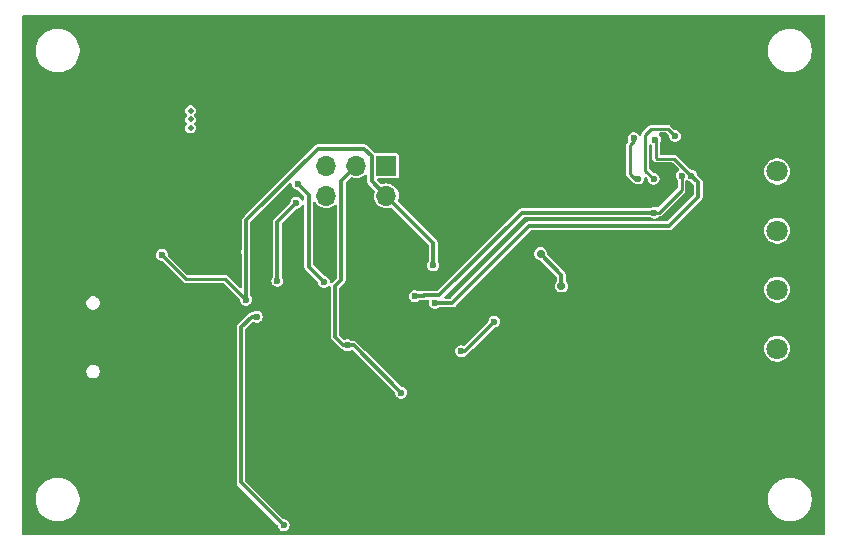
<source format=gbr>
%TF.GenerationSoftware,KiCad,Pcbnew,8.0.5*%
%TF.CreationDate,2024-10-07T09:03:38+02:00*%
%TF.ProjectId,ADC_Klipper_Board,4144435f-4b6c-4697-9070-65725f426f61,rev?*%
%TF.SameCoordinates,Original*%
%TF.FileFunction,Copper,L4,Bot*%
%TF.FilePolarity,Positive*%
%FSLAX46Y46*%
G04 Gerber Fmt 4.6, Leading zero omitted, Abs format (unit mm)*
G04 Created by KiCad (PCBNEW 8.0.5) date 2024-10-07 09:03:38*
%MOMM*%
%LPD*%
G01*
G04 APERTURE LIST*
G04 Aperture macros list*
%AMRoundRect*
0 Rectangle with rounded corners*
0 $1 Rounding radius*
0 $2 $3 $4 $5 $6 $7 $8 $9 X,Y pos of 4 corners*
0 Add a 4 corners polygon primitive as box body*
4,1,4,$2,$3,$4,$5,$6,$7,$8,$9,$2,$3,0*
0 Add four circle primitives for the rounded corners*
1,1,$1+$1,$2,$3*
1,1,$1+$1,$4,$5*
1,1,$1+$1,$6,$7*
1,1,$1+$1,$8,$9*
0 Add four rect primitives between the rounded corners*
20,1,$1+$1,$2,$3,$4,$5,0*
20,1,$1+$1,$4,$5,$6,$7,0*
20,1,$1+$1,$6,$7,$8,$9,0*
20,1,$1+$1,$8,$9,$2,$3,0*%
G04 Aperture macros list end*
%TA.AperFunction,ComponentPad*%
%ADD10C,0.482600*%
%TD*%
%TA.AperFunction,ComponentPad*%
%ADD11C,1.803400*%
%TD*%
%TA.AperFunction,ComponentPad*%
%ADD12RoundRect,0.500000X-0.600000X0.000010X-0.600000X-0.000010X0.600000X-0.000010X0.600000X0.000010X0*%
%TD*%
%TA.AperFunction,ComponentPad*%
%ADD13RoundRect,0.500000X-0.300000X0.000010X-0.300000X-0.000010X0.300000X-0.000010X0.300000X0.000010X0*%
%TD*%
%TA.AperFunction,ComponentPad*%
%ADD14R,1.700000X1.700000*%
%TD*%
%TA.AperFunction,ComponentPad*%
%ADD15O,1.700000X1.700000*%
%TD*%
%TA.AperFunction,ViaPad*%
%ADD16C,0.600000*%
%TD*%
%TA.AperFunction,ViaPad*%
%ADD17C,0.700000*%
%TD*%
%TA.AperFunction,Conductor*%
%ADD18C,0.350000*%
%TD*%
%TA.AperFunction,Conductor*%
%ADD19C,0.242062*%
%TD*%
%TA.AperFunction,Conductor*%
%ADD20C,0.300000*%
%TD*%
%TA.AperFunction,Conductor*%
%ADD21C,0.250000*%
%TD*%
G04 APERTURE END LIST*
D10*
%TO.P,U1,V*%
%TO.N,N/C*%
X108300000Y-61799998D03*
X108300000Y-62549999D03*
X108300000Y-63300000D03*
%TD*%
D11*
%TO.P,J3,1,1*%
%TO.N,AC_EXC0*%
X157975000Y-66962500D03*
%TO.P,J3,2,2*%
%TO.N,AC_EXC1*%
X157975000Y-71962500D03*
%TO.P,J3,3,3*%
%TO.N,Net-(J3-Pad3)*%
X157975000Y-76962500D03*
%TO.P,J3,4,4*%
%TO.N,Net-(J3-Pad4)*%
X157975000Y-81962501D03*
%TO.P,J3,5,5*%
%TO.N,GND*%
X157975000Y-86962501D03*
%TD*%
D12*
%TO.P,J1,S1,SHIELD*%
%TO.N,GND*%
X100580000Y-76680000D03*
D13*
X96400000Y-76680000D03*
D12*
X100580000Y-85320000D03*
D13*
X96400000Y-85320000D03*
%TD*%
D14*
%TO.P,J2,1,Pin_1*%
%TO.N,BOOT1*%
X124880000Y-66488001D03*
D15*
%TO.P,J2,2,Pin_2*%
%TO.N,+3V3*%
X124880000Y-69028001D03*
%TO.P,J2,3,Pin_3*%
%TO.N,STM_RST*%
X122340000Y-66488001D03*
%TO.P,J2,4,Pin_4*%
%TO.N,GND*%
X122340000Y-69028001D03*
%TO.P,J2,5,Pin_5*%
%TO.N,SWDIO*%
X119800000Y-66488001D03*
%TO.P,J2,6,Pin_6*%
%TO.N,SWCLK*%
X119800000Y-69028001D03*
%TD*%
D16*
%TO.N,+3V3*%
X128840000Y-74920000D03*
X105865000Y-74017500D03*
X112990000Y-77810000D03*
%TO.N,STM_RST*%
X126130000Y-85690000D03*
X121590000Y-81660000D03*
%TO.N,STM_BOOT0*%
X113900000Y-79250000D03*
X116180000Y-96900000D03*
%TO.N,SWDIO*%
X117360000Y-68010000D03*
X119600000Y-76320000D03*
%TO.N,SWCLK*%
X117250000Y-69600000D03*
X115650000Y-76230000D03*
%TO.N,AC_EXC0*%
X149330000Y-63960000D03*
X147500000Y-67580000D03*
%TO.N,Net-(U4-SCLK)*%
X134020000Y-79670000D03*
X131200000Y-82170000D03*
D17*
%TO.N,AIN0*%
X137930000Y-73930000D03*
X139690000Y-76650000D03*
%TO.N,GND*%
X119080000Y-80710000D03*
X144550000Y-68757499D03*
X118738000Y-87675001D03*
X121310000Y-78990000D03*
X138430000Y-64770000D03*
X132955000Y-69600000D03*
X142240000Y-55880000D03*
X154940000Y-81280000D03*
X123060000Y-77320000D03*
X139595000Y-68150000D03*
X147320000Y-86360000D03*
X109050000Y-78245000D03*
X112295000Y-65950000D03*
X119080000Y-77320000D03*
X122630000Y-86515000D03*
X109220000Y-96520000D03*
X119150000Y-61510000D03*
X128690000Y-86790000D03*
X103205000Y-92500000D03*
X106680000Y-55880000D03*
X113255000Y-68000000D03*
X152400000Y-86360000D03*
X102500000Y-89005000D03*
X130195000Y-69000000D03*
X96520000Y-73660000D03*
X101600000Y-73660000D03*
X115960000Y-63420000D03*
X143145000Y-73850000D03*
X109495000Y-92000000D03*
X132080000Y-55880000D03*
X108500000Y-88005000D03*
X102000000Y-76570000D03*
X106650000Y-60950000D03*
X114200000Y-60400000D03*
X104140000Y-96520000D03*
X96520000Y-71120000D03*
X110000000Y-62160000D03*
X146390000Y-63050000D03*
X143073402Y-77841599D03*
X161290000Y-67310000D03*
X134620000Y-86360000D03*
X147320000Y-91440000D03*
X110490000Y-81280000D03*
X149045000Y-67290000D03*
X134620000Y-91440000D03*
X157480000Y-91440000D03*
X111245000Y-54600000D03*
X119180000Y-60565001D03*
X147320000Y-60960000D03*
X96520000Y-66040000D03*
X106350000Y-82360000D03*
X107950000Y-83820000D03*
X130810000Y-93980000D03*
X141227901Y-77828600D03*
X149025000Y-70340000D03*
X149860000Y-83820000D03*
X121000000Y-59600000D03*
X135800000Y-83895000D03*
X123410000Y-80710000D03*
X122370000Y-71130000D03*
X102130000Y-63520000D03*
X150605000Y-68820000D03*
X114300000Y-73660000D03*
X130150000Y-73200000D03*
X137160000Y-96520000D03*
X96520000Y-60960000D03*
X121310000Y-80710000D03*
X139595000Y-69650000D03*
X106650000Y-61800000D03*
X106680000Y-58420000D03*
X120125000Y-60565001D03*
X137160000Y-91440000D03*
X161290000Y-87630000D03*
X137160000Y-86360000D03*
X142240000Y-60960000D03*
X106195000Y-77450000D03*
X119080000Y-78990000D03*
X142240000Y-91440000D03*
X101600000Y-96520000D03*
X106680000Y-96520000D03*
X130600000Y-90218999D03*
X114400000Y-87095000D03*
X144540000Y-65870000D03*
X96520000Y-88900000D03*
X137160000Y-55880000D03*
X154940000Y-96520000D03*
X110000000Y-88005000D03*
X114005000Y-81000000D03*
X131600000Y-80960000D03*
X120650000Y-96520000D03*
X154926975Y-64780666D03*
X152400000Y-91440000D03*
X123200000Y-89200000D03*
X127000000Y-91440000D03*
X161290000Y-77470000D03*
X109300000Y-87695000D03*
X157480000Y-60960000D03*
X135370000Y-76420000D03*
X135890000Y-64770000D03*
X119950001Y-54750001D03*
X136830000Y-74160000D03*
X128600000Y-57062001D03*
X122500000Y-54750000D03*
X128695000Y-76470000D03*
X141270000Y-73838600D03*
X120650000Y-93980000D03*
X152400000Y-96520000D03*
X121000000Y-60565001D03*
X102780000Y-84200000D03*
X137160000Y-60960000D03*
X101000000Y-89005000D03*
X101600000Y-58420000D03*
X119915000Y-72870000D03*
X114105000Y-77600000D03*
X154940000Y-85090000D03*
X107455000Y-65400000D03*
X161290000Y-82550000D03*
X125570000Y-56005000D03*
X104170000Y-70740000D03*
X144780000Y-83820000D03*
X119180000Y-59600000D03*
X154940000Y-69850000D03*
X154940000Y-88900000D03*
X121310000Y-77320000D03*
X147320000Y-55880000D03*
X104795000Y-60950000D03*
X132955000Y-68150000D03*
X142240000Y-86360000D03*
X120970000Y-61510000D03*
X142240000Y-64770000D03*
X136690000Y-76530000D03*
X105410000Y-87630000D03*
X101600000Y-55880000D03*
X132080000Y-60960000D03*
X142240000Y-96520000D03*
X149860000Y-63030000D03*
X161290000Y-72390000D03*
X131200000Y-64970000D03*
X116840000Y-93980000D03*
X152400000Y-60960000D03*
X113305000Y-69600000D03*
X123410000Y-78990000D03*
X116420000Y-75390000D03*
X134100000Y-83895000D03*
X147320000Y-96520000D03*
X134620000Y-96520000D03*
X139700000Y-83820000D03*
D16*
%TO.N,+5V_LN*%
X146200000Y-67560000D03*
X145840000Y-64160000D03*
%TO.N,EXC0*%
X150705000Y-67310000D03*
X147635000Y-64260000D03*
X128960000Y-78095000D03*
%TO.N,EXC1*%
X147575000Y-70450000D03*
X149895000Y-67310000D03*
X127270000Y-77520000D03*
%TD*%
D18*
%TO.N,+3V3*%
X128840000Y-72988001D02*
X128840000Y-74920000D01*
D19*
X105865000Y-74017500D02*
X107917500Y-76070000D01*
D18*
X123640000Y-67788001D02*
X124880000Y-69028001D01*
X123640000Y-65650000D02*
X123640000Y-67788001D01*
D20*
X112990000Y-71100000D02*
X113260000Y-70830000D01*
D19*
X107917500Y-76070000D02*
X111250000Y-76070000D01*
D18*
X119060000Y-65030000D02*
X123020000Y-65030000D01*
D20*
X112990000Y-77810000D02*
X112990000Y-71100000D01*
D18*
X124880000Y-69028001D02*
X128840000Y-72988001D01*
D19*
X111250000Y-76070000D02*
X112990000Y-77810000D01*
D18*
X123020000Y-65030000D02*
X123640000Y-65650000D01*
X113260000Y-70830000D02*
X119060000Y-65030000D01*
D20*
%TO.N,STM_RST*%
X121070000Y-67758001D02*
X121070000Y-76130000D01*
X121070000Y-76130000D02*
X120510000Y-76690000D01*
X120510000Y-76690000D02*
X120510000Y-80940000D01*
X122100000Y-81660000D02*
X126130000Y-85690000D01*
X121230000Y-81660000D02*
X121590000Y-81660000D01*
X121590000Y-81660000D02*
X122100000Y-81660000D01*
X122340000Y-66488001D02*
X121070000Y-67758001D01*
X120510000Y-80940000D02*
X121230000Y-81660000D01*
%TO.N,STM_BOOT0*%
X113470000Y-79250000D02*
X113900000Y-79250000D01*
X112550000Y-93270000D02*
X112550000Y-80170000D01*
X116180000Y-96900000D02*
X112550000Y-93270000D01*
X112550000Y-80170000D02*
X113470000Y-79250000D01*
D18*
%TO.N,SWDIO*%
X118300000Y-68950000D02*
X117360000Y-68010000D01*
X119600000Y-76320000D02*
X118300000Y-75020000D01*
X118300000Y-75020000D02*
X118300000Y-68950000D01*
%TO.N,SWCLK*%
X115650000Y-71200000D02*
X117250000Y-69600000D01*
X115650000Y-76230000D02*
X115650000Y-71200000D01*
D21*
%TO.N,AC_EXC0*%
X147320000Y-63340000D02*
X147480000Y-63340000D01*
X147490000Y-63330000D02*
X148700000Y-63330000D01*
X148700000Y-63330000D02*
X149330000Y-63960000D01*
X146800000Y-66880000D02*
X146800000Y-63860000D01*
X147500000Y-67580000D02*
X146800000Y-66880000D01*
X146800000Y-63860000D02*
X147320000Y-63340000D01*
X147480000Y-63340000D02*
X147490000Y-63330000D01*
D20*
%TO.N,Net-(U4-SCLK)*%
X131520000Y-82170000D02*
X134020000Y-79670000D01*
X131200000Y-82170000D02*
X131520000Y-82170000D01*
D18*
%TO.N,AIN0*%
X139690000Y-75690000D02*
X137930000Y-73930000D01*
X139690000Y-76650000D02*
X139690000Y-75690000D01*
D21*
%TO.N,+5V_LN*%
X145500000Y-64760000D02*
X145840000Y-64420000D01*
X145840000Y-64420000D02*
X145840000Y-64160000D01*
X145500000Y-67160000D02*
X145500000Y-64760000D01*
X146200000Y-67560000D02*
X145900000Y-67560000D01*
X145900000Y-67560000D02*
X145500000Y-67160000D01*
D18*
%TO.N,EXC0*%
X151280000Y-67885000D02*
X150705000Y-67310000D01*
X130435000Y-78095000D02*
X136960000Y-71570000D01*
X148809595Y-71570000D02*
X151280000Y-69099595D01*
X128960000Y-78095000D02*
X130435000Y-78095000D01*
X151280000Y-69099595D02*
X151280000Y-67885000D01*
X136960000Y-71570000D02*
X148809595Y-71570000D01*
D19*
X147700000Y-65800000D02*
X147700000Y-64325000D01*
X150705000Y-67310000D02*
X149265000Y-65870000D01*
X147700000Y-64325000D02*
X147635000Y-64260000D01*
X149265000Y-65870000D02*
X147770000Y-65870000D01*
X147770000Y-65870000D02*
X147700000Y-65800000D01*
%TO.N,EXC1*%
X149895000Y-67310000D02*
X149880000Y-67325000D01*
D18*
X128026116Y-77470000D02*
X128071116Y-77425000D01*
D19*
X149880000Y-68490000D02*
X147920000Y-70450000D01*
D18*
X127270000Y-77520000D02*
X127320000Y-77470000D01*
X129365405Y-77425000D02*
X136340405Y-70450000D01*
D19*
X149880000Y-67325000D02*
X149880000Y-68490000D01*
D18*
X128071116Y-77425000D02*
X129365405Y-77425000D01*
D19*
X147920000Y-70450000D02*
X147575000Y-70450000D01*
D18*
X136340405Y-70450000D02*
X147575000Y-70450000D01*
X127320000Y-77470000D02*
X128026116Y-77470000D01*
%TD*%
%TA.AperFunction,Conductor*%
%TO.N,GND*%
G36*
X118880703Y-69554015D02*
G01*
X118908856Y-69589272D01*
X118922315Y-69614451D01*
X118922317Y-69614453D01*
X119053589Y-69774411D01*
X119083164Y-69798682D01*
X119213550Y-69905686D01*
X119396046Y-70003233D01*
X119594066Y-70063301D01*
X119594065Y-70063301D01*
X119612529Y-70065119D01*
X119800000Y-70083584D01*
X120005934Y-70063301D01*
X120203954Y-70003233D01*
X120386450Y-69905686D01*
X120516836Y-69798681D01*
X120581145Y-69771369D01*
X120650013Y-69783160D01*
X120701573Y-69830312D01*
X120719500Y-69894535D01*
X120719500Y-75933456D01*
X120699815Y-76000495D01*
X120683181Y-76021137D01*
X120315841Y-76388476D01*
X120254518Y-76421961D01*
X120184826Y-76416977D01*
X120128893Y-76375105D01*
X120105423Y-76318444D01*
X120085165Y-76177543D01*
X120025377Y-76046627D01*
X119931128Y-75937857D01*
X119810053Y-75860047D01*
X119810051Y-75860046D01*
X119810049Y-75860045D01*
X119810050Y-75860045D01*
X119671958Y-75819498D01*
X119664429Y-75818416D01*
X119600874Y-75789390D01*
X119594398Y-75783360D01*
X118711819Y-74900781D01*
X118678334Y-74839458D01*
X118675500Y-74813100D01*
X118675500Y-69647728D01*
X118695185Y-69580689D01*
X118747989Y-69534934D01*
X118817147Y-69524990D01*
X118880703Y-69554015D01*
G37*
%TD.AperFunction*%
%TA.AperFunction,Conductor*%
G36*
X150392570Y-67704160D02*
G01*
X150494944Y-67769952D01*
X150494949Y-67769954D01*
X150633037Y-67810500D01*
X150640564Y-67811582D01*
X150704120Y-67840604D01*
X150710602Y-67846639D01*
X150868181Y-68004218D01*
X150901666Y-68065541D01*
X150904500Y-68091899D01*
X150904500Y-68892696D01*
X150884815Y-68959735D01*
X150868181Y-68980377D01*
X148690377Y-71158181D01*
X148629054Y-71191666D01*
X148602696Y-71194500D01*
X147678413Y-71194500D01*
X147611374Y-71174815D01*
X147575000Y-71132837D01*
X147538627Y-71174815D01*
X147471587Y-71194500D01*
X136910564Y-71194500D01*
X136862812Y-71207295D01*
X136862811Y-71207294D01*
X136815063Y-71220089D01*
X136815062Y-71220089D01*
X136729435Y-71269527D01*
X130315782Y-77683181D01*
X130254459Y-77716666D01*
X130228101Y-77719500D01*
X129901304Y-77719500D01*
X129834265Y-77699815D01*
X129788510Y-77647011D01*
X129778566Y-77577853D01*
X129807591Y-77514297D01*
X129813623Y-77507819D01*
X136459623Y-70861819D01*
X136520946Y-70828334D01*
X136547304Y-70825500D01*
X147197126Y-70825500D01*
X147264165Y-70845185D01*
X147264166Y-70845185D01*
X147364947Y-70909953D01*
X147364948Y-70909953D01*
X147364949Y-70909954D01*
X147506521Y-70951523D01*
X147565300Y-70989297D01*
X147575000Y-71010536D01*
X147584700Y-70989297D01*
X147643478Y-70951523D01*
X147643479Y-70951523D01*
X147785050Y-70909954D01*
X147785050Y-70909953D01*
X147785053Y-70909953D01*
X147906128Y-70832143D01*
X147932637Y-70801549D01*
X147991413Y-70763774D01*
X147994192Y-70762993D01*
X148044106Y-70749619D01*
X148044275Y-70749521D01*
X148044318Y-70749510D01*
X148044312Y-70749500D01*
X148117425Y-70707289D01*
X150137289Y-68687425D01*
X150179619Y-68614106D01*
X150201531Y-68532330D01*
X150201531Y-67808475D01*
X150221216Y-67741436D01*
X150274020Y-67695681D01*
X150343178Y-67685737D01*
X150392570Y-67704160D01*
G37*
%TD.AperFunction*%
%TA.AperFunction,Conductor*%
G36*
X161992539Y-53745185D02*
G01*
X162038294Y-53797989D01*
X162049500Y-53849500D01*
X162049500Y-97600500D01*
X162029815Y-97667539D01*
X161977011Y-97713294D01*
X161925500Y-97724500D01*
X94174500Y-97724500D01*
X94107461Y-97704815D01*
X94061706Y-97652011D01*
X94050500Y-97600500D01*
X94050500Y-94603711D01*
X95199500Y-94603711D01*
X95199500Y-94846288D01*
X95231161Y-95086785D01*
X95293947Y-95321104D01*
X95386773Y-95545205D01*
X95386776Y-95545212D01*
X95508064Y-95755289D01*
X95508066Y-95755292D01*
X95508067Y-95755293D01*
X95655733Y-95947736D01*
X95655739Y-95947743D01*
X95827256Y-96119260D01*
X95827262Y-96119265D01*
X96019711Y-96266936D01*
X96229788Y-96388224D01*
X96453900Y-96481054D01*
X96688211Y-96543838D01*
X96868586Y-96567584D01*
X96928711Y-96575500D01*
X96928712Y-96575500D01*
X97171289Y-96575500D01*
X97219388Y-96569167D01*
X97411789Y-96543838D01*
X97646100Y-96481054D01*
X97870212Y-96388224D01*
X98080289Y-96266936D01*
X98272738Y-96119265D01*
X98444265Y-95947738D01*
X98591936Y-95755289D01*
X98713224Y-95545212D01*
X98806054Y-95321100D01*
X98868838Y-95086789D01*
X98900500Y-94846288D01*
X98900500Y-94603712D01*
X98868838Y-94363211D01*
X98806054Y-94128900D01*
X98713224Y-93904788D01*
X98591936Y-93694711D01*
X98444265Y-93502262D01*
X98444260Y-93502256D01*
X98272743Y-93330739D01*
X98272736Y-93330733D01*
X98080293Y-93183067D01*
X98080292Y-93183066D01*
X98080289Y-93183064D01*
X97870212Y-93061776D01*
X97870205Y-93061773D01*
X97646104Y-92968947D01*
X97411785Y-92906161D01*
X97171289Y-92874500D01*
X97171288Y-92874500D01*
X96928712Y-92874500D01*
X96928711Y-92874500D01*
X96688214Y-92906161D01*
X96453895Y-92968947D01*
X96229794Y-93061773D01*
X96229785Y-93061777D01*
X96019706Y-93183067D01*
X95827263Y-93330733D01*
X95827256Y-93330739D01*
X95655739Y-93502256D01*
X95655733Y-93502263D01*
X95508067Y-93694706D01*
X95386777Y-93904785D01*
X95386773Y-93904794D01*
X95293947Y-94128895D01*
X95231161Y-94363214D01*
X95199500Y-94603711D01*
X94050500Y-94603711D01*
X94050500Y-83824234D01*
X99474500Y-83824234D01*
X99474500Y-83975765D01*
X99513719Y-84122136D01*
X99551602Y-84187750D01*
X99589485Y-84253365D01*
X99696635Y-84360515D01*
X99827865Y-84436281D01*
X99974234Y-84475500D01*
X99974236Y-84475500D01*
X100125764Y-84475500D01*
X100125766Y-84475500D01*
X100272135Y-84436281D01*
X100403365Y-84360515D01*
X100510515Y-84253365D01*
X100586281Y-84122135D01*
X100625500Y-83975766D01*
X100625500Y-83824234D01*
X100586281Y-83677865D01*
X100510515Y-83546635D01*
X100403365Y-83439485D01*
X100337750Y-83401602D01*
X100272136Y-83363719D01*
X100198950Y-83344109D01*
X100125766Y-83324500D01*
X99974234Y-83324500D01*
X99827863Y-83363719D01*
X99696635Y-83439485D01*
X99696632Y-83439487D01*
X99589487Y-83546632D01*
X99589485Y-83546635D01*
X99513719Y-83677863D01*
X99474500Y-83824234D01*
X94050500Y-83824234D01*
X94050500Y-80123856D01*
X112199500Y-80123856D01*
X112199500Y-93316144D01*
X112203410Y-93330735D01*
X112223386Y-93405287D01*
X112223387Y-93405290D01*
X112269527Y-93485208D01*
X112269531Y-93485213D01*
X115643495Y-96859176D01*
X115676980Y-96920499D01*
X115678552Y-96929210D01*
X115694834Y-97042456D01*
X115754622Y-97173371D01*
X115754623Y-97173373D01*
X115848872Y-97282143D01*
X115969947Y-97359953D01*
X115969950Y-97359954D01*
X115969949Y-97359954D01*
X116108036Y-97400499D01*
X116108038Y-97400500D01*
X116108039Y-97400500D01*
X116251962Y-97400500D01*
X116251962Y-97400499D01*
X116390053Y-97359953D01*
X116511128Y-97282143D01*
X116605377Y-97173373D01*
X116665165Y-97042457D01*
X116685647Y-96900000D01*
X116665165Y-96757543D01*
X116605377Y-96626627D01*
X116511128Y-96517857D01*
X116390053Y-96440047D01*
X116390051Y-96440046D01*
X116390049Y-96440045D01*
X116390050Y-96440045D01*
X116251963Y-96399500D01*
X116251961Y-96399500D01*
X116226543Y-96399500D01*
X116159504Y-96379815D01*
X116138862Y-96363181D01*
X114379393Y-94603711D01*
X157199500Y-94603711D01*
X157199500Y-94846288D01*
X157231161Y-95086785D01*
X157293947Y-95321104D01*
X157386773Y-95545205D01*
X157386776Y-95545212D01*
X157508064Y-95755289D01*
X157508066Y-95755292D01*
X157508067Y-95755293D01*
X157655733Y-95947736D01*
X157655739Y-95947743D01*
X157827256Y-96119260D01*
X157827262Y-96119265D01*
X158019711Y-96266936D01*
X158229788Y-96388224D01*
X158453900Y-96481054D01*
X158688211Y-96543838D01*
X158868586Y-96567584D01*
X158928711Y-96575500D01*
X158928712Y-96575500D01*
X159171289Y-96575500D01*
X159219388Y-96569167D01*
X159411789Y-96543838D01*
X159646100Y-96481054D01*
X159870212Y-96388224D01*
X160080289Y-96266936D01*
X160272738Y-96119265D01*
X160444265Y-95947738D01*
X160591936Y-95755289D01*
X160713224Y-95545212D01*
X160806054Y-95321100D01*
X160868838Y-95086789D01*
X160900500Y-94846288D01*
X160900500Y-94603712D01*
X160868838Y-94363211D01*
X160806054Y-94128900D01*
X160713224Y-93904788D01*
X160591936Y-93694711D01*
X160444265Y-93502262D01*
X160444260Y-93502256D01*
X160272743Y-93330739D01*
X160272736Y-93330733D01*
X160080293Y-93183067D01*
X160080292Y-93183066D01*
X160080289Y-93183064D01*
X159870212Y-93061776D01*
X159870205Y-93061773D01*
X159646104Y-92968947D01*
X159411785Y-92906161D01*
X159171289Y-92874500D01*
X159171288Y-92874500D01*
X158928712Y-92874500D01*
X158928711Y-92874500D01*
X158688214Y-92906161D01*
X158453895Y-92968947D01*
X158229794Y-93061773D01*
X158229785Y-93061777D01*
X158019706Y-93183067D01*
X157827263Y-93330733D01*
X157827256Y-93330739D01*
X157655739Y-93502256D01*
X157655733Y-93502263D01*
X157508067Y-93694706D01*
X157386777Y-93904785D01*
X157386773Y-93904794D01*
X157293947Y-94128895D01*
X157231161Y-94363214D01*
X157199500Y-94603711D01*
X114379393Y-94603711D01*
X112936819Y-93161137D01*
X112903334Y-93099814D01*
X112900500Y-93073456D01*
X112900500Y-80366543D01*
X112920185Y-80299504D01*
X112936815Y-80278866D01*
X113507144Y-79708536D01*
X113568465Y-79675053D01*
X113638156Y-79680037D01*
X113661862Y-79691904D01*
X113689947Y-79709953D01*
X113689950Y-79709954D01*
X113828036Y-79750499D01*
X113828038Y-79750500D01*
X113828039Y-79750500D01*
X113971962Y-79750500D01*
X113971962Y-79750499D01*
X114110053Y-79709953D01*
X114231128Y-79632143D01*
X114325377Y-79523373D01*
X114385165Y-79392457D01*
X114405647Y-79250000D01*
X114385165Y-79107543D01*
X114325377Y-78976627D01*
X114231128Y-78867857D01*
X114110053Y-78790047D01*
X114110051Y-78790046D01*
X114110049Y-78790045D01*
X114110050Y-78790045D01*
X113971963Y-78749500D01*
X113971961Y-78749500D01*
X113828039Y-78749500D01*
X113828036Y-78749500D01*
X113689949Y-78790045D01*
X113568876Y-78867854D01*
X113568874Y-78867855D01*
X113568872Y-78867857D01*
X113568870Y-78867858D01*
X113567312Y-78869210D01*
X113565427Y-78870070D01*
X113561411Y-78872652D01*
X113561039Y-78872074D01*
X113503757Y-78898237D01*
X113486105Y-78899500D01*
X113423856Y-78899500D01*
X113340073Y-78921948D01*
X113340074Y-78921949D01*
X113334712Y-78923385D01*
X113254787Y-78969531D01*
X113254784Y-78969533D01*
X112269529Y-79954788D01*
X112244554Y-79998049D01*
X112244552Y-79998051D01*
X112223388Y-80034706D01*
X112223387Y-80034709D01*
X112223386Y-80034711D01*
X112223386Y-80034712D01*
X112199500Y-80123856D01*
X94050500Y-80123856D01*
X94050500Y-78024234D01*
X99474500Y-78024234D01*
X99474500Y-78175765D01*
X99513719Y-78322136D01*
X99551602Y-78387750D01*
X99589485Y-78453365D01*
X99696635Y-78560515D01*
X99827865Y-78636281D01*
X99974234Y-78675500D01*
X99974236Y-78675500D01*
X100125764Y-78675500D01*
X100125766Y-78675500D01*
X100272135Y-78636281D01*
X100403365Y-78560515D01*
X100510515Y-78453365D01*
X100586281Y-78322135D01*
X100625500Y-78175766D01*
X100625500Y-78024234D01*
X100586281Y-77877865D01*
X100510515Y-77746635D01*
X100403365Y-77639485D01*
X100296616Y-77577853D01*
X100272136Y-77563719D01*
X100198950Y-77544109D01*
X100125766Y-77524500D01*
X99974234Y-77524500D01*
X99827863Y-77563719D01*
X99696635Y-77639485D01*
X99696632Y-77639487D01*
X99589487Y-77746632D01*
X99589485Y-77746635D01*
X99513719Y-77877863D01*
X99474500Y-78024234D01*
X94050500Y-78024234D01*
X94050500Y-74017500D01*
X105359353Y-74017500D01*
X105379834Y-74159956D01*
X105401603Y-74207622D01*
X105439623Y-74290873D01*
X105533872Y-74399643D01*
X105654947Y-74477453D01*
X105654950Y-74477454D01*
X105654949Y-74477454D01*
X105793036Y-74517999D01*
X105793038Y-74518000D01*
X105793039Y-74518000D01*
X105859424Y-74518000D01*
X105926463Y-74537685D01*
X105947105Y-74554319D01*
X107720075Y-76327288D01*
X107720078Y-76327289D01*
X107720081Y-76327292D01*
X107793389Y-76369617D01*
X107793390Y-76369617D01*
X107793393Y-76369619D01*
X107803673Y-76372373D01*
X107803677Y-76372376D01*
X107803678Y-76372375D01*
X107813867Y-76375105D01*
X107875170Y-76391531D01*
X111065455Y-76391531D01*
X111132494Y-76411216D01*
X111153136Y-76427850D01*
X112448034Y-77722748D01*
X112481519Y-77784071D01*
X112484169Y-77808726D01*
X112504834Y-77952456D01*
X112538953Y-78027164D01*
X112564623Y-78083373D01*
X112658872Y-78192143D01*
X112779947Y-78269953D01*
X112779950Y-78269954D01*
X112779949Y-78269954D01*
X112918036Y-78310499D01*
X112918038Y-78310500D01*
X112918039Y-78310500D01*
X113061962Y-78310500D01*
X113061962Y-78310499D01*
X113200053Y-78269953D01*
X113321128Y-78192143D01*
X113415377Y-78083373D01*
X113475165Y-77952457D01*
X113495647Y-77810000D01*
X113475165Y-77667543D01*
X113415377Y-77536627D01*
X113415374Y-77536623D01*
X113370786Y-77485164D01*
X113341762Y-77421608D01*
X113340500Y-77403963D01*
X113340500Y-71296544D01*
X113360185Y-71229505D01*
X113376816Y-71208865D01*
X113378387Y-71207294D01*
X113395371Y-71190310D01*
X113421049Y-71170606D01*
X113490563Y-71130474D01*
X116648604Y-67972432D01*
X116709925Y-67938949D01*
X116779617Y-67943933D01*
X116835550Y-67985805D01*
X116859021Y-68042468D01*
X116874834Y-68152456D01*
X116933809Y-68281590D01*
X116934623Y-68283373D01*
X117028872Y-68392143D01*
X117149947Y-68469953D01*
X117149950Y-68469954D01*
X117149949Y-68469954D01*
X117288037Y-68510500D01*
X117295564Y-68511582D01*
X117359120Y-68540604D01*
X117365602Y-68546639D01*
X117888181Y-69069218D01*
X117921666Y-69130541D01*
X117924500Y-69156899D01*
X117924500Y-69302111D01*
X117904815Y-69369150D01*
X117852011Y-69414905D01*
X117782853Y-69424849D01*
X117719297Y-69395824D01*
X117687706Y-69353623D01*
X117683918Y-69345329D01*
X117675377Y-69326627D01*
X117581128Y-69217857D01*
X117460053Y-69140047D01*
X117460051Y-69140046D01*
X117460049Y-69140045D01*
X117460050Y-69140045D01*
X117321963Y-69099500D01*
X117321961Y-69099500D01*
X117178039Y-69099500D01*
X117178036Y-69099500D01*
X117039949Y-69140045D01*
X116918873Y-69217856D01*
X116824623Y-69326626D01*
X116824622Y-69326628D01*
X116764835Y-69457541D01*
X116764834Y-69457546D01*
X116754489Y-69529495D01*
X116725463Y-69593051D01*
X116719432Y-69599528D01*
X115419438Y-70899525D01*
X115349527Y-70969435D01*
X115349525Y-70969437D01*
X115349525Y-70969438D01*
X115325797Y-71010536D01*
X115300091Y-71055060D01*
X115300090Y-71055063D01*
X115275688Y-71146133D01*
X115275685Y-71146144D01*
X115274500Y-71150561D01*
X115274500Y-75852815D01*
X115254815Y-75919854D01*
X115244215Y-75934016D01*
X115224623Y-75956627D01*
X115224622Y-75956628D01*
X115164834Y-76087543D01*
X115144353Y-76230000D01*
X115164834Y-76372456D01*
X115224622Y-76503371D01*
X115224623Y-76503373D01*
X115318872Y-76612143D01*
X115439947Y-76689953D01*
X115439950Y-76689954D01*
X115439949Y-76689954D01*
X115578036Y-76730499D01*
X115578038Y-76730500D01*
X115578039Y-76730500D01*
X115721962Y-76730500D01*
X115721962Y-76730499D01*
X115860053Y-76689953D01*
X115981128Y-76612143D01*
X116075377Y-76503373D01*
X116135165Y-76372457D01*
X116155647Y-76230000D01*
X116135165Y-76087543D01*
X116075377Y-75956627D01*
X116055785Y-75934016D01*
X116026762Y-75870460D01*
X116025500Y-75852815D01*
X116025500Y-71406899D01*
X116045185Y-71339860D01*
X116061819Y-71319218D01*
X116631537Y-70749500D01*
X117244400Y-70136637D01*
X117305721Y-70103154D01*
X117314436Y-70101582D01*
X117321962Y-70100500D01*
X117460050Y-70059954D01*
X117460050Y-70059953D01*
X117460053Y-70059953D01*
X117581128Y-69982143D01*
X117675377Y-69873373D01*
X117687706Y-69846375D01*
X117733460Y-69793573D01*
X117800499Y-69773888D01*
X117867539Y-69793572D01*
X117913294Y-69846376D01*
X117924500Y-69897888D01*
X117924500Y-75069435D01*
X117950090Y-75164938D01*
X117998075Y-75248050D01*
X117998076Y-75248051D01*
X117998075Y-75248051D01*
X117999521Y-75250556D01*
X117999528Y-75250565D01*
X119069432Y-76320470D01*
X119102917Y-76381793D01*
X119104489Y-76390503D01*
X119114834Y-76462453D01*
X119114835Y-76462458D01*
X119156967Y-76554712D01*
X119174623Y-76593373D01*
X119268872Y-76702143D01*
X119389947Y-76779953D01*
X119389950Y-76779954D01*
X119389949Y-76779954D01*
X119436806Y-76793712D01*
X119524650Y-76819505D01*
X119528036Y-76820499D01*
X119528038Y-76820500D01*
X119528039Y-76820500D01*
X119671962Y-76820500D01*
X119671962Y-76820499D01*
X119810053Y-76779953D01*
X119931128Y-76702143D01*
X119941788Y-76689840D01*
X120000565Y-76652067D01*
X120070435Y-76652067D01*
X120129213Y-76689841D01*
X120158238Y-76753397D01*
X120159500Y-76771044D01*
X120159500Y-80986143D01*
X120180441Y-81064298D01*
X120183385Y-81075286D01*
X120183387Y-81075290D01*
X120229527Y-81155208D01*
X120229529Y-81155211D01*
X120229530Y-81155212D01*
X121014788Y-81940470D01*
X121094712Y-81986614D01*
X121183856Y-82010500D01*
X121183864Y-82010500D01*
X121191916Y-82011561D01*
X121191461Y-82015009D01*
X121243144Y-82030185D01*
X121257312Y-82040790D01*
X121258866Y-82042137D01*
X121258872Y-82042143D01*
X121379947Y-82119953D01*
X121379950Y-82119954D01*
X121379949Y-82119954D01*
X121518036Y-82160499D01*
X121518038Y-82160500D01*
X121518039Y-82160500D01*
X121661962Y-82160500D01*
X121661962Y-82160499D01*
X121800050Y-82119954D01*
X121800051Y-82119954D01*
X121800053Y-82119953D01*
X121876839Y-82070605D01*
X121943876Y-82050921D01*
X122010916Y-82070605D01*
X122031558Y-82087240D01*
X125593495Y-85649177D01*
X125626980Y-85710500D01*
X125628552Y-85719210D01*
X125644834Y-85832456D01*
X125704622Y-85963371D01*
X125704623Y-85963373D01*
X125798872Y-86072143D01*
X125919947Y-86149953D01*
X125919950Y-86149954D01*
X125919949Y-86149954D01*
X126058036Y-86190499D01*
X126058038Y-86190500D01*
X126058039Y-86190500D01*
X126201962Y-86190500D01*
X126201962Y-86190499D01*
X126340053Y-86149953D01*
X126461128Y-86072143D01*
X126555377Y-85963373D01*
X126615165Y-85832457D01*
X126635647Y-85690000D01*
X126615165Y-85547543D01*
X126555377Y-85416627D01*
X126461128Y-85307857D01*
X126340053Y-85230047D01*
X126340051Y-85230046D01*
X126340049Y-85230045D01*
X126340050Y-85230045D01*
X126201963Y-85189500D01*
X126201961Y-85189500D01*
X126176544Y-85189500D01*
X126109505Y-85169815D01*
X126088863Y-85153181D01*
X123105682Y-82170000D01*
X130694353Y-82170000D01*
X130714834Y-82312456D01*
X130737627Y-82362364D01*
X130774623Y-82443373D01*
X130868872Y-82552143D01*
X130989947Y-82629953D01*
X130989950Y-82629954D01*
X130989949Y-82629954D01*
X131128036Y-82670499D01*
X131128038Y-82670500D01*
X131128039Y-82670500D01*
X131271962Y-82670500D01*
X131271962Y-82670499D01*
X131410053Y-82629953D01*
X131531128Y-82552143D01*
X131531346Y-82551891D01*
X131531625Y-82551711D01*
X131537828Y-82546337D01*
X131538600Y-82547228D01*
X131590116Y-82514112D01*
X131592878Y-82513336D01*
X131655288Y-82496614D01*
X131735212Y-82450470D01*
X132223182Y-81962500D01*
X156868078Y-81962500D01*
X156868078Y-81962501D01*
X156886924Y-82165896D01*
X156942825Y-82362364D01*
X156942830Y-82362377D01*
X156983161Y-82443371D01*
X157033876Y-82545220D01*
X157039105Y-82552145D01*
X157156977Y-82708232D01*
X157156981Y-82708236D01*
X157307929Y-82845843D01*
X157307931Y-82845845D01*
X157481598Y-82953375D01*
X157481604Y-82953378D01*
X157521955Y-82969009D01*
X157672076Y-83027167D01*
X157872866Y-83064701D01*
X157872868Y-83064701D01*
X158077132Y-83064701D01*
X158077134Y-83064701D01*
X158277924Y-83027167D01*
X158468398Y-82953377D01*
X158642070Y-82845844D01*
X158793025Y-82708230D01*
X158916124Y-82545220D01*
X159007174Y-82362367D01*
X159063075Y-82165897D01*
X159081922Y-81962501D01*
X159063075Y-81759105D01*
X159007174Y-81562635D01*
X158916124Y-81379782D01*
X158793025Y-81216772D01*
X158793022Y-81216769D01*
X158793018Y-81216765D01*
X158642070Y-81079158D01*
X158642068Y-81079156D01*
X158468401Y-80971626D01*
X158468395Y-80971623D01*
X158318277Y-80913467D01*
X158277924Y-80897835D01*
X158077134Y-80860301D01*
X157872866Y-80860301D01*
X157672076Y-80897835D01*
X157672073Y-80897835D01*
X157672073Y-80897836D01*
X157481604Y-80971623D01*
X157481598Y-80971626D01*
X157307931Y-81079156D01*
X157307929Y-81079158D01*
X157156981Y-81216765D01*
X157156977Y-81216769D01*
X157033876Y-81379781D01*
X156942830Y-81562624D01*
X156942825Y-81562637D01*
X156886924Y-81759105D01*
X156868078Y-81962500D01*
X132223182Y-81962500D01*
X133978863Y-80206819D01*
X134040186Y-80173334D01*
X134066544Y-80170500D01*
X134091962Y-80170500D01*
X134091962Y-80170499D01*
X134230053Y-80129953D01*
X134351128Y-80052143D01*
X134445377Y-79943373D01*
X134505165Y-79812457D01*
X134525647Y-79670000D01*
X134505165Y-79527543D01*
X134445377Y-79396627D01*
X134351128Y-79287857D01*
X134230053Y-79210047D01*
X134230051Y-79210046D01*
X134230049Y-79210045D01*
X134230050Y-79210045D01*
X134091963Y-79169500D01*
X134091961Y-79169500D01*
X133948039Y-79169500D01*
X133948036Y-79169500D01*
X133809949Y-79210045D01*
X133688873Y-79287856D01*
X133594623Y-79396626D01*
X133594622Y-79396628D01*
X133534834Y-79527543D01*
X133518552Y-79640788D01*
X133489526Y-79704343D01*
X133483495Y-79710821D01*
X131519448Y-81674868D01*
X131458125Y-81708353D01*
X131396833Y-81706164D01*
X131271964Y-81669500D01*
X131271961Y-81669500D01*
X131128039Y-81669500D01*
X131128036Y-81669500D01*
X130989949Y-81710045D01*
X130868873Y-81787856D01*
X130774623Y-81896626D01*
X130774622Y-81896628D01*
X130714834Y-82027543D01*
X130694353Y-82170000D01*
X123105682Y-82170000D01*
X122315213Y-81379531D01*
X122315208Y-81379527D01*
X122235291Y-81333387D01*
X122235287Y-81333385D01*
X122229926Y-81331949D01*
X122229926Y-81331948D01*
X122161476Y-81313608D01*
X122146144Y-81309500D01*
X122146143Y-81309500D01*
X122003895Y-81309500D01*
X121936856Y-81289815D01*
X121922688Y-81279210D01*
X121921132Y-81277862D01*
X121921128Y-81277857D01*
X121800053Y-81200047D01*
X121800051Y-81200046D01*
X121800049Y-81200045D01*
X121800050Y-81200045D01*
X121661963Y-81159500D01*
X121661961Y-81159500D01*
X121518039Y-81159500D01*
X121518036Y-81159500D01*
X121379944Y-81200047D01*
X121379835Y-81200097D01*
X121379716Y-81200114D01*
X121371437Y-81202545D01*
X121371087Y-81201353D01*
X121310675Y-81210030D01*
X121247123Y-81180997D01*
X121240658Y-81174976D01*
X120896819Y-80831137D01*
X120863334Y-80769814D01*
X120860500Y-80743456D01*
X120860500Y-77520000D01*
X126764353Y-77520000D01*
X126784834Y-77662456D01*
X126840375Y-77784071D01*
X126844623Y-77793373D01*
X126938872Y-77902143D01*
X127059947Y-77979953D01*
X127059950Y-77979954D01*
X127059949Y-77979954D01*
X127198036Y-78020499D01*
X127198038Y-78020500D01*
X127198039Y-78020500D01*
X127341962Y-78020500D01*
X127341962Y-78020499D01*
X127480053Y-77979953D01*
X127601128Y-77902143D01*
X127613126Y-77888296D01*
X127671903Y-77850523D01*
X127706838Y-77845500D01*
X128075551Y-77845500D01*
X128075552Y-77845500D01*
X128123302Y-77832705D01*
X128171054Y-77819910D01*
X128175897Y-77817114D01*
X128237899Y-77800500D01*
X128353834Y-77800500D01*
X128420873Y-77820185D01*
X128466628Y-77872989D01*
X128476572Y-77942147D01*
X128475857Y-77945434D01*
X128454353Y-78095000D01*
X128474834Y-78237456D01*
X128534622Y-78368371D01*
X128534623Y-78368373D01*
X128628872Y-78477143D01*
X128749947Y-78554953D01*
X128749950Y-78554954D01*
X128749949Y-78554954D01*
X128888036Y-78595499D01*
X128888038Y-78595500D01*
X128888039Y-78595500D01*
X129031962Y-78595500D01*
X129031962Y-78595499D01*
X129139121Y-78564035D01*
X129170050Y-78554954D01*
X129170050Y-78554953D01*
X129170053Y-78554953D01*
X129270834Y-78490184D01*
X129337874Y-78470500D01*
X130484435Y-78470500D01*
X130484436Y-78470500D01*
X130532186Y-78457705D01*
X130579938Y-78444910D01*
X130665562Y-78395475D01*
X130735475Y-78325562D01*
X135131037Y-73930000D01*
X137374750Y-73930000D01*
X137392132Y-74062030D01*
X137393670Y-74073708D01*
X137393671Y-74073712D01*
X137449137Y-74207622D01*
X137449138Y-74207624D01*
X137449139Y-74207625D01*
X137537379Y-74322621D01*
X137652375Y-74410861D01*
X137786291Y-74466330D01*
X137916151Y-74483426D01*
X137980047Y-74511692D01*
X137987646Y-74518684D01*
X139278181Y-75809218D01*
X139311666Y-75870541D01*
X139314500Y-75896899D01*
X139314500Y-76192974D01*
X139294815Y-76260013D01*
X139288882Y-76268452D01*
X139250524Y-76318441D01*
X139209137Y-76372377D01*
X139153671Y-76506287D01*
X139153670Y-76506291D01*
X139134750Y-76650000D01*
X139153590Y-76793105D01*
X139153670Y-76793708D01*
X139153671Y-76793712D01*
X139209137Y-76927622D01*
X139209138Y-76927624D01*
X139209139Y-76927625D01*
X139297379Y-77042621D01*
X139412375Y-77130861D01*
X139412376Y-77130861D01*
X139412377Y-77130862D01*
X139429265Y-77137857D01*
X139546291Y-77186330D01*
X139673280Y-77203048D01*
X139689999Y-77205250D01*
X139690000Y-77205250D01*
X139690001Y-77205250D01*
X139704977Y-77203278D01*
X139833709Y-77186330D01*
X139967625Y-77130861D01*
X140082621Y-77042621D01*
X140144101Y-76962499D01*
X156868078Y-76962499D01*
X156868078Y-76962500D01*
X156886924Y-77165895D01*
X156942825Y-77362363D01*
X156942830Y-77362376D01*
X157003972Y-77485164D01*
X157033876Y-77545219D01*
X157150621Y-77699815D01*
X157156977Y-77708231D01*
X157156981Y-77708235D01*
X157307929Y-77845842D01*
X157307931Y-77845844D01*
X157481598Y-77953374D01*
X157481604Y-77953377D01*
X157521955Y-77969008D01*
X157672076Y-78027166D01*
X157872866Y-78064700D01*
X157872868Y-78064700D01*
X158077132Y-78064700D01*
X158077134Y-78064700D01*
X158277924Y-78027166D01*
X158468398Y-77953376D01*
X158642070Y-77845843D01*
X158793025Y-77708229D01*
X158916124Y-77545219D01*
X159007174Y-77362366D01*
X159063075Y-77165896D01*
X159081922Y-76962500D01*
X159078690Y-76927625D01*
X159063075Y-76759104D01*
X159054936Y-76730499D01*
X159007174Y-76562634D01*
X159003229Y-76554712D01*
X158957290Y-76462453D01*
X158916124Y-76379781D01*
X158793025Y-76216771D01*
X158793022Y-76216768D01*
X158793018Y-76216764D01*
X158642070Y-76079157D01*
X158642068Y-76079155D01*
X158468401Y-75971625D01*
X158468395Y-75971622D01*
X158318277Y-75913466D01*
X158277924Y-75897834D01*
X158077134Y-75860300D01*
X157872866Y-75860300D01*
X157672076Y-75897834D01*
X157672073Y-75897834D01*
X157672073Y-75897835D01*
X157481604Y-75971622D01*
X157481598Y-75971625D01*
X157307931Y-76079155D01*
X157307929Y-76079157D01*
X157156981Y-76216764D01*
X157156977Y-76216768D01*
X157033876Y-76379780D01*
X156942830Y-76562623D01*
X156942825Y-76562636D01*
X156886924Y-76759104D01*
X156868078Y-76962499D01*
X140144101Y-76962499D01*
X140170861Y-76927625D01*
X140226330Y-76793709D01*
X140245250Y-76650000D01*
X140226330Y-76506291D01*
X140170861Y-76372375D01*
X140091123Y-76268459D01*
X140065930Y-76203291D01*
X140065500Y-76192974D01*
X140065500Y-75640567D01*
X140065500Y-75640565D01*
X140039910Y-75545062D01*
X140015192Y-75502250D01*
X140015192Y-75502249D01*
X140015190Y-75502247D01*
X139990474Y-75459436D01*
X139990471Y-75459432D01*
X138518684Y-73987646D01*
X138485199Y-73926323D01*
X138483428Y-73916163D01*
X138466330Y-73786291D01*
X138410861Y-73652375D01*
X138322621Y-73537379D01*
X138207625Y-73449139D01*
X138207624Y-73449138D01*
X138207622Y-73449137D01*
X138073712Y-73393671D01*
X138073710Y-73393670D01*
X138073709Y-73393670D01*
X138001854Y-73384210D01*
X137930001Y-73374750D01*
X137929999Y-73374750D01*
X137786291Y-73393670D01*
X137786287Y-73393671D01*
X137652377Y-73449137D01*
X137537379Y-73537379D01*
X137449137Y-73652377D01*
X137393671Y-73786287D01*
X137393670Y-73786291D01*
X137377654Y-73907946D01*
X137374750Y-73930000D01*
X135131037Y-73930000D01*
X137079218Y-71981819D01*
X137114600Y-71962499D01*
X156868078Y-71962499D01*
X156868078Y-71962500D01*
X156886924Y-72165895D01*
X156942825Y-72362363D01*
X156942830Y-72362376D01*
X157033876Y-72545219D01*
X157156977Y-72708231D01*
X157156981Y-72708235D01*
X157210958Y-72757441D01*
X157304880Y-72843063D01*
X157307929Y-72845842D01*
X157307931Y-72845844D01*
X157481598Y-72953374D01*
X157481604Y-72953377D01*
X157521955Y-72969008D01*
X157672076Y-73027166D01*
X157872866Y-73064700D01*
X157872868Y-73064700D01*
X158077132Y-73064700D01*
X158077134Y-73064700D01*
X158277924Y-73027166D01*
X158468398Y-72953376D01*
X158642070Y-72845843D01*
X158793025Y-72708229D01*
X158916124Y-72545219D01*
X159007174Y-72362366D01*
X159063075Y-72165896D01*
X159081922Y-71962500D01*
X159077975Y-71919909D01*
X159063075Y-71759104D01*
X159007174Y-71562634D01*
X158916124Y-71379781D01*
X158793025Y-71216771D01*
X158793022Y-71216768D01*
X158793018Y-71216764D01*
X158642070Y-71079157D01*
X158642068Y-71079155D01*
X158468401Y-70971625D01*
X158468395Y-70971622D01*
X158309207Y-70909953D01*
X158277924Y-70897834D01*
X158077134Y-70860300D01*
X157872866Y-70860300D01*
X157672076Y-70897834D01*
X157672073Y-70897834D01*
X157672073Y-70897835D01*
X157481604Y-70971622D01*
X157481598Y-70971625D01*
X157307931Y-71079155D01*
X157307929Y-71079157D01*
X157156981Y-71216764D01*
X157156977Y-71216768D01*
X157033876Y-71379780D01*
X156942830Y-71562623D01*
X156942825Y-71562636D01*
X156886924Y-71759104D01*
X156868078Y-71962499D01*
X137114600Y-71962499D01*
X137140541Y-71948334D01*
X137166899Y-71945500D01*
X148859030Y-71945500D01*
X148859031Y-71945500D01*
X148906781Y-71932705D01*
X148954533Y-71919910D01*
X149040157Y-71870475D01*
X149110070Y-71800562D01*
X151580474Y-69330158D01*
X151580475Y-69330157D01*
X151629910Y-69244533D01*
X151655500Y-69149030D01*
X151655500Y-67835565D01*
X151647081Y-67804145D01*
X151629911Y-67740063D01*
X151619746Y-67722456D01*
X151580477Y-67654440D01*
X151580473Y-67654435D01*
X151235566Y-67309529D01*
X151202081Y-67248206D01*
X151200509Y-67239493D01*
X151200446Y-67239057D01*
X151190165Y-67167543D01*
X151167150Y-67117147D01*
X151130379Y-67036630D01*
X151130376Y-67036626D01*
X151120452Y-67025173D01*
X151066145Y-66962499D01*
X156868078Y-66962499D01*
X156868078Y-66962500D01*
X156886924Y-67165895D01*
X156942825Y-67362363D01*
X156942830Y-67362376D01*
X156995033Y-67467212D01*
X157033876Y-67545219D01*
X157156764Y-67707950D01*
X157156977Y-67708231D01*
X157156981Y-67708235D01*
X157307929Y-67845842D01*
X157307931Y-67845844D01*
X157481598Y-67953374D01*
X157481604Y-67953377D01*
X157504232Y-67962143D01*
X157672076Y-68027166D01*
X157872866Y-68064700D01*
X157872868Y-68064700D01*
X158077132Y-68064700D01*
X158077134Y-68064700D01*
X158277924Y-68027166D01*
X158468398Y-67953376D01*
X158642070Y-67845843D01*
X158793025Y-67708229D01*
X158916124Y-67545219D01*
X159007174Y-67362366D01*
X159063075Y-67165896D01*
X159081922Y-66962500D01*
X159063075Y-66759104D01*
X159007174Y-66562634D01*
X158916124Y-66379781D01*
X158793025Y-66216771D01*
X158793022Y-66216768D01*
X158793018Y-66216764D01*
X158642070Y-66079157D01*
X158642068Y-66079155D01*
X158468401Y-65971625D01*
X158468395Y-65971622D01*
X158318277Y-65913466D01*
X158277924Y-65897834D01*
X158077134Y-65860300D01*
X157872866Y-65860300D01*
X157672076Y-65897834D01*
X157672073Y-65897834D01*
X157672073Y-65897835D01*
X157481604Y-65971622D01*
X157481598Y-65971625D01*
X157307931Y-66079155D01*
X157307929Y-66079157D01*
X157156981Y-66216764D01*
X157156977Y-66216768D01*
X157033876Y-66379780D01*
X156942830Y-66562623D01*
X156942825Y-66562636D01*
X156886924Y-66759104D01*
X156868078Y-66962499D01*
X151066145Y-66962499D01*
X151036128Y-66927857D01*
X150915053Y-66850047D01*
X150915051Y-66850046D01*
X150915049Y-66850045D01*
X150915050Y-66850045D01*
X150776963Y-66809500D01*
X150776961Y-66809500D01*
X150710576Y-66809500D01*
X150643537Y-66789815D01*
X150622895Y-66773181D01*
X149462424Y-65612710D01*
X149389106Y-65570381D01*
X149389107Y-65570381D01*
X149368662Y-65564903D01*
X149307330Y-65548469D01*
X149307327Y-65548469D01*
X148145531Y-65548469D01*
X148078492Y-65528784D01*
X148032737Y-65475980D01*
X148021531Y-65424469D01*
X148021531Y-64624453D01*
X148041216Y-64557414D01*
X148051819Y-64543249D01*
X148060377Y-64533373D01*
X148120165Y-64402457D01*
X148140647Y-64260000D01*
X148120165Y-64117543D01*
X148060377Y-63986627D01*
X147966128Y-63877857D01*
X147966124Y-63877854D01*
X147960767Y-63873212D01*
X147922994Y-63814434D01*
X147922994Y-63744564D01*
X147960769Y-63685786D01*
X148024325Y-63656762D01*
X148041971Y-63655500D01*
X148513811Y-63655500D01*
X148580850Y-63675185D01*
X148601492Y-63691819D01*
X148788034Y-63878361D01*
X148821519Y-63939684D01*
X148822764Y-63951268D01*
X148823091Y-63951222D01*
X148844834Y-64102456D01*
X148871114Y-64160000D01*
X148904623Y-64233373D01*
X148998872Y-64342143D01*
X149119947Y-64419953D01*
X149119950Y-64419954D01*
X149119949Y-64419954D01*
X149227107Y-64451417D01*
X149237955Y-64454603D01*
X149258036Y-64460499D01*
X149258038Y-64460500D01*
X149258039Y-64460500D01*
X149401962Y-64460500D01*
X149401962Y-64460499D01*
X149540053Y-64419953D01*
X149661128Y-64342143D01*
X149755377Y-64233373D01*
X149815165Y-64102457D01*
X149835647Y-63960000D01*
X149815165Y-63817543D01*
X149755377Y-63686627D01*
X149661128Y-63577857D01*
X149540053Y-63500047D01*
X149540051Y-63500046D01*
X149540049Y-63500045D01*
X149540050Y-63500045D01*
X149401963Y-63459500D01*
X149401961Y-63459500D01*
X149341188Y-63459500D01*
X149274149Y-63439815D01*
X149253507Y-63423181D01*
X148899864Y-63069537D01*
X148899863Y-63069536D01*
X148899862Y-63069535D01*
X148862750Y-63048108D01*
X148825640Y-63026682D01*
X148764406Y-63010275D01*
X148742853Y-63004500D01*
X147532853Y-63004500D01*
X147447147Y-63004500D01*
X147425593Y-63010275D01*
X147393502Y-63014500D01*
X147277147Y-63014500D01*
X147194359Y-63036682D01*
X147120138Y-63079535D01*
X147120135Y-63079537D01*
X146539537Y-63660135D01*
X146539533Y-63660141D01*
X146496681Y-63734361D01*
X146496682Y-63734362D01*
X146472397Y-63824997D01*
X146470154Y-63824396D01*
X146446711Y-63877380D01*
X146388384Y-63915848D01*
X146318519Y-63916674D01*
X146259298Y-63879598D01*
X146258331Y-63878495D01*
X146237192Y-63854100D01*
X146171128Y-63777857D01*
X146050053Y-63700047D01*
X146050051Y-63700046D01*
X146050049Y-63700045D01*
X146050050Y-63700045D01*
X145911963Y-63659500D01*
X145911961Y-63659500D01*
X145768039Y-63659500D01*
X145768036Y-63659500D01*
X145629949Y-63700045D01*
X145508873Y-63777856D01*
X145414623Y-63886626D01*
X145414622Y-63886628D01*
X145354834Y-64017543D01*
X145334353Y-64160000D01*
X145354834Y-64302452D01*
X145354835Y-64302458D01*
X145363709Y-64321889D01*
X145373650Y-64391048D01*
X145344623Y-64454603D01*
X145338595Y-64461078D01*
X145239534Y-64560138D01*
X145202402Y-64624453D01*
X145196682Y-64634361D01*
X145194597Y-64642143D01*
X145184429Y-64680087D01*
X145184429Y-64680090D01*
X145174500Y-64717147D01*
X145174500Y-64717150D01*
X145174500Y-67202852D01*
X145196682Y-67285640D01*
X145208800Y-67306628D01*
X145239535Y-67359862D01*
X145639534Y-67759861D01*
X145639535Y-67759862D01*
X145700138Y-67820465D01*
X145700140Y-67820466D01*
X145700144Y-67820469D01*
X145774359Y-67863317D01*
X145781872Y-67866429D01*
X145781093Y-67868309D01*
X145831419Y-67898974D01*
X145833392Y-67901196D01*
X145860898Y-67932941D01*
X145868872Y-67942143D01*
X145989947Y-68019953D01*
X145989950Y-68019954D01*
X145989949Y-68019954D01*
X146128036Y-68060499D01*
X146128038Y-68060500D01*
X146128039Y-68060500D01*
X146271962Y-68060500D01*
X146271962Y-68060499D01*
X146379121Y-68029035D01*
X146410050Y-68019954D01*
X146410050Y-68019953D01*
X146410053Y-68019953D01*
X146531128Y-67942143D01*
X146625377Y-67833373D01*
X146685165Y-67702457D01*
X146705647Y-67560000D01*
X146705647Y-67559999D01*
X146705647Y-67551131D01*
X146707502Y-67551131D01*
X146715873Y-67492863D01*
X146761622Y-67440054D01*
X146828659Y-67420362D01*
X146895701Y-67440039D01*
X146916354Y-67456681D01*
X146958034Y-67498361D01*
X146991519Y-67559684D01*
X146992764Y-67571268D01*
X146993091Y-67571222D01*
X147014834Y-67722456D01*
X147071548Y-67846639D01*
X147074623Y-67853373D01*
X147168872Y-67962143D01*
X147289947Y-68039953D01*
X147289950Y-68039954D01*
X147289949Y-68039954D01*
X147428036Y-68080499D01*
X147428038Y-68080500D01*
X147428039Y-68080500D01*
X147571962Y-68080500D01*
X147571962Y-68080499D01*
X147710053Y-68039953D01*
X147831128Y-67962143D01*
X147925377Y-67853373D01*
X147985165Y-67722457D01*
X148005647Y-67580000D01*
X147985165Y-67437543D01*
X147925377Y-67306627D01*
X147831128Y-67197857D01*
X147710053Y-67120047D01*
X147710051Y-67120046D01*
X147710049Y-67120045D01*
X147710050Y-67120045D01*
X147571963Y-67079500D01*
X147571961Y-67079500D01*
X147511189Y-67079500D01*
X147444150Y-67059815D01*
X147423508Y-67043181D01*
X147161819Y-66781492D01*
X147128334Y-66720169D01*
X147125500Y-66693811D01*
X147125500Y-64754599D01*
X147145185Y-64687560D01*
X147197989Y-64641805D01*
X147267147Y-64631861D01*
X147316532Y-64650279D01*
X147321504Y-64653474D01*
X147367261Y-64706274D01*
X147378469Y-64757792D01*
X147378469Y-65842329D01*
X147395274Y-65905048D01*
X147400380Y-65924103D01*
X147400381Y-65924106D01*
X147427815Y-65971625D01*
X147442711Y-65997425D01*
X147572575Y-66127289D01*
X147572576Y-66127290D01*
X147572578Y-66127291D01*
X147631633Y-66161385D01*
X147631635Y-66161387D01*
X147631636Y-66161387D01*
X147645894Y-66169619D01*
X147727670Y-66191531D01*
X149080455Y-66191531D01*
X149147494Y-66211216D01*
X149168136Y-66227850D01*
X149640296Y-66700010D01*
X149673781Y-66761333D01*
X149668797Y-66831025D01*
X149626925Y-66886958D01*
X149619656Y-66892006D01*
X149563873Y-66927856D01*
X149469623Y-67036626D01*
X149469622Y-67036628D01*
X149409834Y-67167543D01*
X149389353Y-67310000D01*
X149409834Y-67452456D01*
X149469622Y-67583371D01*
X149469623Y-67583373D01*
X149528182Y-67650954D01*
X149557207Y-67714509D01*
X149558469Y-67732156D01*
X149558469Y-68305454D01*
X149538784Y-68372493D01*
X149522150Y-68393135D01*
X147941051Y-69974233D01*
X147879728Y-70007718D01*
X147810036Y-70002734D01*
X147786335Y-69990871D01*
X147785050Y-69990045D01*
X147646963Y-69949500D01*
X147646961Y-69949500D01*
X147503039Y-69949500D01*
X147503036Y-69949500D01*
X147364949Y-69990045D01*
X147364948Y-69990046D01*
X147264166Y-70054815D01*
X147197126Y-70074500D01*
X136290969Y-70074500D01*
X136195466Y-70100089D01*
X136109843Y-70149525D01*
X136109840Y-70149527D01*
X129246187Y-77013181D01*
X129184864Y-77046666D01*
X129158506Y-77049500D01*
X128021680Y-77049500D01*
X127926179Y-77075089D01*
X127926174Y-77075091D01*
X127921334Y-77077886D01*
X127859333Y-77094500D01*
X127570072Y-77094500D01*
X127503033Y-77074815D01*
X127503032Y-77074815D01*
X127480050Y-77060045D01*
X127341963Y-77019500D01*
X127341961Y-77019500D01*
X127198039Y-77019500D01*
X127198036Y-77019500D01*
X127059949Y-77060045D01*
X126938873Y-77137856D01*
X126844623Y-77246626D01*
X126844622Y-77246628D01*
X126784834Y-77377543D01*
X126764353Y-77520000D01*
X120860500Y-77520000D01*
X120860500Y-76886544D01*
X120880185Y-76819505D01*
X120896819Y-76798863D01*
X121102311Y-76593371D01*
X121350470Y-76345212D01*
X121396614Y-76265288D01*
X121420500Y-76176143D01*
X121420500Y-76083856D01*
X121420500Y-67954544D01*
X121440185Y-67887505D01*
X121456815Y-67866867D01*
X121825491Y-67498190D01*
X121886812Y-67464707D01*
X121949162Y-67467211D01*
X122134066Y-67523301D01*
X122134065Y-67523301D01*
X122152529Y-67525119D01*
X122340000Y-67543584D01*
X122545934Y-67523301D01*
X122743954Y-67463233D01*
X122926450Y-67365686D01*
X123061835Y-67254578D01*
X123126145Y-67227266D01*
X123195013Y-67239057D01*
X123246573Y-67286209D01*
X123264500Y-67350432D01*
X123264500Y-67837437D01*
X123264499Y-67837437D01*
X123271434Y-67863313D01*
X123271434Y-67863316D01*
X123271435Y-67863316D01*
X123271435Y-67863317D01*
X123272773Y-67868309D01*
X123290090Y-67932940D01*
X123290091Y-67932941D01*
X123334581Y-68010000D01*
X123339526Y-68018564D01*
X123861579Y-68540618D01*
X123895064Y-68601941D01*
X123892559Y-68664294D01*
X123844699Y-68822068D01*
X123824417Y-69028001D01*
X123844699Y-69233933D01*
X123847915Y-69244534D01*
X123904768Y-69431955D01*
X124002315Y-69614451D01*
X124002317Y-69614453D01*
X124133589Y-69774411D01*
X124163164Y-69798682D01*
X124293550Y-69905686D01*
X124476046Y-70003233D01*
X124674066Y-70063301D01*
X124674065Y-70063301D01*
X124692529Y-70065119D01*
X124880000Y-70083584D01*
X125085934Y-70063301D01*
X125243709Y-70015440D01*
X125313574Y-70014818D01*
X125367383Y-70046421D01*
X128428181Y-73107219D01*
X128461666Y-73168542D01*
X128464500Y-73194900D01*
X128464500Y-74542815D01*
X128444815Y-74609854D01*
X128434215Y-74624016D01*
X128414623Y-74646627D01*
X128414622Y-74646628D01*
X128354834Y-74777543D01*
X128334353Y-74920000D01*
X128354834Y-75062456D01*
X128401637Y-75164938D01*
X128414623Y-75193373D01*
X128508872Y-75302143D01*
X128629947Y-75379953D01*
X128629950Y-75379954D01*
X128629949Y-75379954D01*
X128768036Y-75420499D01*
X128768038Y-75420500D01*
X128768039Y-75420500D01*
X128911962Y-75420500D01*
X128911962Y-75420499D01*
X129050053Y-75379953D01*
X129171128Y-75302143D01*
X129265377Y-75193373D01*
X129325165Y-75062457D01*
X129345647Y-74920000D01*
X129325165Y-74777543D01*
X129265377Y-74646627D01*
X129245785Y-74624016D01*
X129216762Y-74560460D01*
X129215500Y-74542815D01*
X129215500Y-72938568D01*
X129215500Y-72938566D01*
X129194636Y-72860700D01*
X129189911Y-72843064D01*
X129140475Y-72757438D01*
X125898419Y-69515383D01*
X125864935Y-69454061D01*
X125867439Y-69391710D01*
X125915300Y-69233935D01*
X125935583Y-69028001D01*
X125915300Y-68822067D01*
X125855232Y-68624047D01*
X125757685Y-68441551D01*
X125645994Y-68305454D01*
X125626410Y-68281590D01*
X125490435Y-68170000D01*
X125466450Y-68150316D01*
X125283954Y-68052769D01*
X125085934Y-67992701D01*
X125085932Y-67992700D01*
X125085934Y-67992700D01*
X124880000Y-67972418D01*
X124674067Y-67992700D01*
X124516293Y-68040560D01*
X124446426Y-68041183D01*
X124392617Y-68009580D01*
X124133219Y-67750182D01*
X124099734Y-67688859D01*
X124104718Y-67619167D01*
X124146590Y-67563234D01*
X124212054Y-67538817D01*
X124220900Y-67538501D01*
X125749750Y-67538501D01*
X125749751Y-67538500D01*
X125764568Y-67535553D01*
X125808229Y-67526869D01*
X125808229Y-67526868D01*
X125808231Y-67526868D01*
X125874552Y-67482553D01*
X125918867Y-67416232D01*
X125918867Y-67416230D01*
X125918868Y-67416230D01*
X125928922Y-67365683D01*
X125930500Y-67357749D01*
X125930500Y-65618253D01*
X125930500Y-65618250D01*
X125930499Y-65618248D01*
X125918868Y-65559771D01*
X125918867Y-65559770D01*
X125874552Y-65493448D01*
X125808230Y-65449133D01*
X125808229Y-65449132D01*
X125749752Y-65437501D01*
X125749748Y-65437501D01*
X124010252Y-65437501D01*
X124009900Y-65437501D01*
X123942861Y-65417816D01*
X123922219Y-65401182D01*
X123250564Y-64729527D01*
X123250563Y-64729526D01*
X123250562Y-64729525D01*
X123193479Y-64696568D01*
X123164937Y-64680089D01*
X123110460Y-64665491D01*
X123110460Y-64665492D01*
X123069438Y-64654500D01*
X123069436Y-64654500D01*
X123069435Y-64654500D01*
X119109436Y-64654500D01*
X119010564Y-64654500D01*
X118915063Y-64680089D01*
X118915060Y-64680090D01*
X118829440Y-64729522D01*
X118829435Y-64729526D01*
X112959528Y-70599434D01*
X112959522Y-70599443D01*
X112919390Y-70668952D01*
X112899685Y-70694632D01*
X112709532Y-70884785D01*
X112709530Y-70884788D01*
X112671591Y-70950500D01*
X112668856Y-70955237D01*
X112663388Y-70964708D01*
X112663386Y-70964711D01*
X112656798Y-70989297D01*
X112639500Y-71053856D01*
X112639500Y-71053858D01*
X112639500Y-73521229D01*
X112619815Y-73588268D01*
X112602260Y-73609429D01*
X112602347Y-73609508D01*
X112602337Y-73609518D01*
X112602405Y-73609584D01*
X112600721Y-73611302D01*
X112579258Y-73635001D01*
X112577022Y-73637895D01*
X112565365Y-73654634D01*
X112565364Y-73654636D01*
X112535366Y-73741036D01*
X112535366Y-73741037D01*
X112534386Y-73749937D01*
X112538410Y-73818655D01*
X112578287Y-73900957D01*
X112578288Y-73900959D01*
X112583888Y-73907946D01*
X112583889Y-73907947D01*
X112597901Y-73920408D01*
X112634916Y-73979667D01*
X112639500Y-74013069D01*
X112639500Y-76705424D01*
X112619815Y-76772463D01*
X112567011Y-76818218D01*
X112497853Y-76828162D01*
X112434297Y-76799137D01*
X112427819Y-76793105D01*
X111447424Y-75812710D01*
X111374106Y-75770381D01*
X111374107Y-75770381D01*
X111353662Y-75764903D01*
X111292330Y-75748469D01*
X111292327Y-75748469D01*
X108102044Y-75748469D01*
X108035005Y-75728784D01*
X108014363Y-75712150D01*
X106406966Y-74104752D01*
X106373481Y-74043429D01*
X106370830Y-74018777D01*
X106370646Y-74017502D01*
X106370647Y-74017500D01*
X106350165Y-73875043D01*
X106290377Y-73744127D01*
X106196128Y-73635357D01*
X106075053Y-73557547D01*
X106075051Y-73557546D01*
X106075049Y-73557545D01*
X106075050Y-73557545D01*
X105936963Y-73517000D01*
X105936961Y-73517000D01*
X105793039Y-73517000D01*
X105793036Y-73517000D01*
X105654949Y-73557545D01*
X105533873Y-73635356D01*
X105439623Y-73744126D01*
X105439622Y-73744128D01*
X105379834Y-73875043D01*
X105359353Y-74017500D01*
X94050500Y-74017500D01*
X94050500Y-61799998D01*
X107853657Y-61799998D01*
X107871736Y-61925746D01*
X107871737Y-61925750D01*
X107924511Y-62041307D01*
X107924516Y-62041314D01*
X107969991Y-62093796D01*
X107999016Y-62157352D01*
X107989072Y-62226510D01*
X107969992Y-62256199D01*
X107924516Y-62308682D01*
X107924511Y-62308689D01*
X107871737Y-62424246D01*
X107871736Y-62424250D01*
X107853657Y-62549999D01*
X107871736Y-62675747D01*
X107871737Y-62675751D01*
X107924511Y-62791308D01*
X107924516Y-62791315D01*
X107969991Y-62843797D01*
X107999016Y-62907353D01*
X107989072Y-62976511D01*
X107969992Y-63006200D01*
X107924516Y-63058683D01*
X107924511Y-63058690D01*
X107871737Y-63174247D01*
X107871736Y-63174251D01*
X107853657Y-63300000D01*
X107871736Y-63425748D01*
X107871737Y-63425752D01*
X107924511Y-63541309D01*
X107924512Y-63541311D01*
X108007707Y-63637324D01*
X108114582Y-63706008D01*
X108114584Y-63706008D01*
X108114585Y-63706009D01*
X108236478Y-63741800D01*
X108236479Y-63741800D01*
X108363521Y-63741800D01*
X108485418Y-63706008D01*
X108592293Y-63637324D01*
X108675488Y-63541311D01*
X108713045Y-63459070D01*
X108728262Y-63425752D01*
X108728263Y-63425748D01*
X108728632Y-63423181D01*
X108746343Y-63300000D01*
X108728263Y-63174251D01*
X108728262Y-63174247D01*
X108675488Y-63058690D01*
X108675488Y-63058689D01*
X108656419Y-63036682D01*
X108630008Y-63006201D01*
X108600983Y-62942646D01*
X108610927Y-62873487D01*
X108630005Y-62843800D01*
X108675488Y-62791310D01*
X108728263Y-62675748D01*
X108746343Y-62549999D01*
X108728263Y-62424250D01*
X108728262Y-62424246D01*
X108675488Y-62308689D01*
X108675488Y-62308688D01*
X108675483Y-62308682D01*
X108630008Y-62256200D01*
X108600983Y-62192645D01*
X108610927Y-62123486D01*
X108630005Y-62093799D01*
X108675488Y-62041309D01*
X108728263Y-61925747D01*
X108746343Y-61799998D01*
X108728263Y-61674249D01*
X108728262Y-61674245D01*
X108675488Y-61558688D01*
X108675488Y-61558687D01*
X108592293Y-61462674D01*
X108485418Y-61393990D01*
X108485416Y-61393989D01*
X108485414Y-61393988D01*
X108363522Y-61358198D01*
X108363521Y-61358198D01*
X108236479Y-61358198D01*
X108236478Y-61358198D01*
X108114585Y-61393988D01*
X108007708Y-61462673D01*
X107924513Y-61558685D01*
X107924511Y-61558688D01*
X107871737Y-61674245D01*
X107871736Y-61674249D01*
X107853657Y-61799998D01*
X94050500Y-61799998D01*
X94050500Y-56603711D01*
X95199500Y-56603711D01*
X95199500Y-56846288D01*
X95231161Y-57086785D01*
X95293947Y-57321104D01*
X95386773Y-57545205D01*
X95386776Y-57545212D01*
X95508064Y-57755289D01*
X95508066Y-57755292D01*
X95508067Y-57755293D01*
X95655733Y-57947736D01*
X95655739Y-57947743D01*
X95827256Y-58119260D01*
X95827262Y-58119265D01*
X96019711Y-58266936D01*
X96229788Y-58388224D01*
X96453900Y-58481054D01*
X96688211Y-58543838D01*
X96868586Y-58567584D01*
X96928711Y-58575500D01*
X96928712Y-58575500D01*
X97171289Y-58575500D01*
X97219388Y-58569167D01*
X97411789Y-58543838D01*
X97646100Y-58481054D01*
X97870212Y-58388224D01*
X98080289Y-58266936D01*
X98272738Y-58119265D01*
X98444265Y-57947738D01*
X98591936Y-57755289D01*
X98713224Y-57545212D01*
X98806054Y-57321100D01*
X98868838Y-57086789D01*
X98900500Y-56846288D01*
X98900500Y-56603712D01*
X98900500Y-56603711D01*
X157199500Y-56603711D01*
X157199500Y-56846288D01*
X157231161Y-57086785D01*
X157293947Y-57321104D01*
X157386773Y-57545205D01*
X157386776Y-57545212D01*
X157508064Y-57755289D01*
X157508066Y-57755292D01*
X157508067Y-57755293D01*
X157655733Y-57947736D01*
X157655739Y-57947743D01*
X157827256Y-58119260D01*
X157827262Y-58119265D01*
X158019711Y-58266936D01*
X158229788Y-58388224D01*
X158453900Y-58481054D01*
X158688211Y-58543838D01*
X158868586Y-58567584D01*
X158928711Y-58575500D01*
X158928712Y-58575500D01*
X159171289Y-58575500D01*
X159219388Y-58569167D01*
X159411789Y-58543838D01*
X159646100Y-58481054D01*
X159870212Y-58388224D01*
X160080289Y-58266936D01*
X160272738Y-58119265D01*
X160444265Y-57947738D01*
X160591936Y-57755289D01*
X160713224Y-57545212D01*
X160806054Y-57321100D01*
X160868838Y-57086789D01*
X160900500Y-56846288D01*
X160900500Y-56603712D01*
X160868838Y-56363211D01*
X160806054Y-56128900D01*
X160713224Y-55904788D01*
X160591936Y-55694711D01*
X160444265Y-55502262D01*
X160444260Y-55502256D01*
X160272743Y-55330739D01*
X160272736Y-55330733D01*
X160080293Y-55183067D01*
X160080292Y-55183066D01*
X160080289Y-55183064D01*
X159870212Y-55061776D01*
X159870205Y-55061773D01*
X159646104Y-54968947D01*
X159411785Y-54906161D01*
X159171289Y-54874500D01*
X159171288Y-54874500D01*
X158928712Y-54874500D01*
X158928711Y-54874500D01*
X158688214Y-54906161D01*
X158453895Y-54968947D01*
X158229794Y-55061773D01*
X158229785Y-55061777D01*
X158019706Y-55183067D01*
X157827263Y-55330733D01*
X157827256Y-55330739D01*
X157655739Y-55502256D01*
X157655733Y-55502263D01*
X157508067Y-55694706D01*
X157386777Y-55904785D01*
X157386773Y-55904794D01*
X157293947Y-56128895D01*
X157231161Y-56363214D01*
X157199500Y-56603711D01*
X98900500Y-56603711D01*
X98868838Y-56363211D01*
X98806054Y-56128900D01*
X98713224Y-55904788D01*
X98591936Y-55694711D01*
X98444265Y-55502262D01*
X98444260Y-55502256D01*
X98272743Y-55330739D01*
X98272736Y-55330733D01*
X98080293Y-55183067D01*
X98080292Y-55183066D01*
X98080289Y-55183064D01*
X97870212Y-55061776D01*
X97870205Y-55061773D01*
X97646104Y-54968947D01*
X97411785Y-54906161D01*
X97171289Y-54874500D01*
X97171288Y-54874500D01*
X96928712Y-54874500D01*
X96928711Y-54874500D01*
X96688214Y-54906161D01*
X96453895Y-54968947D01*
X96229794Y-55061773D01*
X96229785Y-55061777D01*
X96019706Y-55183067D01*
X95827263Y-55330733D01*
X95827256Y-55330739D01*
X95655739Y-55502256D01*
X95655733Y-55502263D01*
X95508067Y-55694706D01*
X95386777Y-55904785D01*
X95386773Y-55904794D01*
X95293947Y-56128895D01*
X95231161Y-56363214D01*
X95199500Y-56603711D01*
X94050500Y-56603711D01*
X94050500Y-53849500D01*
X94070185Y-53782461D01*
X94122989Y-53736706D01*
X94174500Y-53725500D01*
X161925500Y-53725500D01*
X161992539Y-53745185D01*
G37*
%TD.AperFunction*%
%TD*%
%TA.AperFunction,Conductor*%
%TO.N,+3V3*%
G36*
X113066115Y-73671383D02*
G01*
X113069542Y-73679656D01*
X113066115Y-73687929D01*
X113061108Y-73690891D01*
X112753150Y-73780418D01*
X112744249Y-73779437D01*
X112738649Y-73772449D01*
X112739630Y-73763548D01*
X112741846Y-73760681D01*
X112836618Y-73671151D01*
X112844653Y-73667956D01*
X113057842Y-73667956D01*
X113066115Y-73671383D01*
G37*
%TD.AperFunction*%
%TD*%
M02*

</source>
